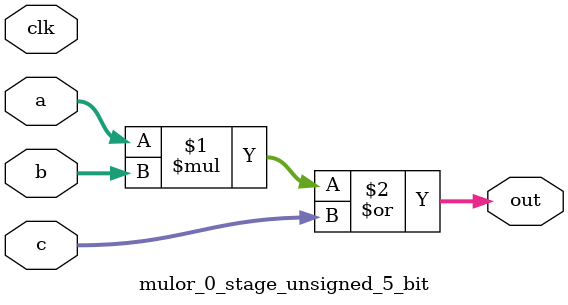
<source format=sv>
(* use_dsp = "yes" *) module mulor_0_stage_unsigned_5_bit(
	input  [4:0] a,
	input  [4:0] b,
	input  [4:0] c,
	output [4:0] out,
	input clk);

	assign out = (a * b) | c;
endmodule

</source>
